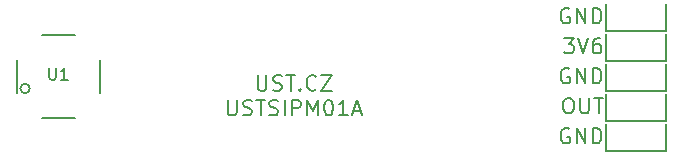
<source format=gbr>
%TF.GenerationSoftware,KiCad,Pcbnew,6.0.4-6f826c9f35~116~ubuntu20.04.1*%
%TF.CreationDate,2022-05-24T18:19:01+00:00*%
%TF.ProjectId,USTSIPM01A,55535453-4950-44d3-9031-412e6b696361,rev?*%
%TF.SameCoordinates,Original*%
%TF.FileFunction,Legend,Top*%
%TF.FilePolarity,Positive*%
%FSLAX46Y46*%
G04 Gerber Fmt 4.6, Leading zero omitted, Abs format (unit mm)*
G04 Created by KiCad (PCBNEW 6.0.4-6f826c9f35~116~ubuntu20.04.1) date 2022-05-24 18:19:01*
%MOMM*%
%LPD*%
G01*
G04 APERTURE LIST*
%ADD10C,0.200000*%
%ADD11C,0.150000*%
G04 APERTURE END LIST*
D10*
X50746571Y3070000D02*
X50622761Y3131904D01*
X50437047Y3131904D01*
X50251333Y3070000D01*
X50127523Y2946190D01*
X50065619Y2822380D01*
X50003714Y2574761D01*
X50003714Y2389047D01*
X50065619Y2141428D01*
X50127523Y2017619D01*
X50251333Y1893809D01*
X50437047Y1831904D01*
X50560857Y1831904D01*
X50746571Y1893809D01*
X50808476Y1955714D01*
X50808476Y2389047D01*
X50560857Y2389047D01*
X51365619Y1831904D02*
X51365619Y3131904D01*
X52108476Y1831904D01*
X52108476Y3131904D01*
X52727523Y1831904D02*
X52727523Y3131904D01*
X53037047Y3131904D01*
X53222761Y3070000D01*
X53346571Y2946190D01*
X53408476Y2822380D01*
X53470380Y2574761D01*
X53470380Y2389047D01*
X53408476Y2141428D01*
X53346571Y2017619D01*
X53222761Y1893809D01*
X53037047Y1831904D01*
X52727523Y1831904D01*
X24367714Y7600404D02*
X24367714Y6548023D01*
X24429619Y6424214D01*
X24491523Y6362309D01*
X24615333Y6300404D01*
X24862952Y6300404D01*
X24986761Y6362309D01*
X25048666Y6424214D01*
X25110571Y6548023D01*
X25110571Y7600404D01*
X25667714Y6362309D02*
X25853428Y6300404D01*
X26162952Y6300404D01*
X26286761Y6362309D01*
X26348666Y6424214D01*
X26410571Y6548023D01*
X26410571Y6671833D01*
X26348666Y6795642D01*
X26286761Y6857547D01*
X26162952Y6919452D01*
X25915333Y6981357D01*
X25791523Y7043261D01*
X25729619Y7105166D01*
X25667714Y7228976D01*
X25667714Y7352785D01*
X25729619Y7476595D01*
X25791523Y7538500D01*
X25915333Y7600404D01*
X26224857Y7600404D01*
X26410571Y7538500D01*
X26782000Y7600404D02*
X27524857Y7600404D01*
X27153428Y6300404D02*
X27153428Y7600404D01*
X27958190Y6424214D02*
X28020095Y6362309D01*
X27958190Y6300404D01*
X27896285Y6362309D01*
X27958190Y6424214D01*
X27958190Y6300404D01*
X29320095Y6424214D02*
X29258190Y6362309D01*
X29072476Y6300404D01*
X28948666Y6300404D01*
X28762952Y6362309D01*
X28639142Y6486119D01*
X28577238Y6609928D01*
X28515333Y6857547D01*
X28515333Y7043261D01*
X28577238Y7290880D01*
X28639142Y7414690D01*
X28762952Y7538500D01*
X28948666Y7600404D01*
X29072476Y7600404D01*
X29258190Y7538500D01*
X29320095Y7476595D01*
X29753428Y7600404D02*
X30620095Y7600404D01*
X29753428Y6300404D01*
X30620095Y6300404D01*
X21829619Y5507404D02*
X21829619Y4455023D01*
X21891523Y4331214D01*
X21953428Y4269309D01*
X22077238Y4207404D01*
X22324857Y4207404D01*
X22448666Y4269309D01*
X22510571Y4331214D01*
X22572476Y4455023D01*
X22572476Y5507404D01*
X23129619Y4269309D02*
X23315333Y4207404D01*
X23624857Y4207404D01*
X23748666Y4269309D01*
X23810571Y4331214D01*
X23872476Y4455023D01*
X23872476Y4578833D01*
X23810571Y4702642D01*
X23748666Y4764547D01*
X23624857Y4826452D01*
X23377238Y4888357D01*
X23253428Y4950261D01*
X23191523Y5012166D01*
X23129619Y5135976D01*
X23129619Y5259785D01*
X23191523Y5383595D01*
X23253428Y5445500D01*
X23377238Y5507404D01*
X23686761Y5507404D01*
X23872476Y5445500D01*
X24243904Y5507404D02*
X24986761Y5507404D01*
X24615333Y4207404D02*
X24615333Y5507404D01*
X25358190Y4269309D02*
X25543904Y4207404D01*
X25853428Y4207404D01*
X25977238Y4269309D01*
X26039142Y4331214D01*
X26101047Y4455023D01*
X26101047Y4578833D01*
X26039142Y4702642D01*
X25977238Y4764547D01*
X25853428Y4826452D01*
X25605809Y4888357D01*
X25482000Y4950261D01*
X25420095Y5012166D01*
X25358190Y5135976D01*
X25358190Y5259785D01*
X25420095Y5383595D01*
X25482000Y5445500D01*
X25605809Y5507404D01*
X25915333Y5507404D01*
X26101047Y5445500D01*
X26658190Y4207404D02*
X26658190Y5507404D01*
X27277238Y4207404D02*
X27277238Y5507404D01*
X27772476Y5507404D01*
X27896285Y5445500D01*
X27958190Y5383595D01*
X28020095Y5259785D01*
X28020095Y5074071D01*
X27958190Y4950261D01*
X27896285Y4888357D01*
X27772476Y4826452D01*
X27277238Y4826452D01*
X28577238Y4207404D02*
X28577238Y5507404D01*
X29010571Y4578833D01*
X29443904Y5507404D01*
X29443904Y4207404D01*
X30310571Y5507404D02*
X30434380Y5507404D01*
X30558190Y5445500D01*
X30620095Y5383595D01*
X30682000Y5259785D01*
X30743904Y5012166D01*
X30743904Y4702642D01*
X30682000Y4455023D01*
X30620095Y4331214D01*
X30558190Y4269309D01*
X30434380Y4207404D01*
X30310571Y4207404D01*
X30186761Y4269309D01*
X30124857Y4331214D01*
X30062952Y4455023D01*
X30001047Y4702642D01*
X30001047Y5012166D01*
X30062952Y5259785D01*
X30124857Y5383595D01*
X30186761Y5445500D01*
X30310571Y5507404D01*
X31982000Y4207404D02*
X31239142Y4207404D01*
X31610571Y4207404D02*
X31610571Y5507404D01*
X31486761Y5321690D01*
X31362952Y5197880D01*
X31239142Y5135976D01*
X32477238Y4578833D02*
X33096285Y4578833D01*
X32353428Y4207404D02*
X32786761Y5507404D01*
X33220095Y4207404D01*
X50560857Y5671904D02*
X50808476Y5671904D01*
X50932285Y5610000D01*
X51056095Y5486190D01*
X51118000Y5238571D01*
X51118000Y4805238D01*
X51056095Y4557619D01*
X50932285Y4433809D01*
X50808476Y4371904D01*
X50560857Y4371904D01*
X50437047Y4433809D01*
X50313238Y4557619D01*
X50251333Y4805238D01*
X50251333Y5238571D01*
X50313238Y5486190D01*
X50437047Y5610000D01*
X50560857Y5671904D01*
X51675142Y5671904D02*
X51675142Y4619523D01*
X51737047Y4495714D01*
X51798952Y4433809D01*
X51922761Y4371904D01*
X52170380Y4371904D01*
X52294190Y4433809D01*
X52356095Y4495714D01*
X52418000Y4619523D01*
X52418000Y5671904D01*
X52851333Y5671904D02*
X53594190Y5671904D01*
X53222761Y4371904D02*
X53222761Y5671904D01*
X50746571Y13230000D02*
X50622761Y13291904D01*
X50437047Y13291904D01*
X50251333Y13230000D01*
X50127523Y13106190D01*
X50065619Y12982380D01*
X50003714Y12734761D01*
X50003714Y12549047D01*
X50065619Y12301428D01*
X50127523Y12177619D01*
X50251333Y12053809D01*
X50437047Y11991904D01*
X50560857Y11991904D01*
X50746571Y12053809D01*
X50808476Y12115714D01*
X50808476Y12549047D01*
X50560857Y12549047D01*
X51365619Y11991904D02*
X51365619Y13291904D01*
X52108476Y11991904D01*
X52108476Y13291904D01*
X52727523Y11991904D02*
X52727523Y13291904D01*
X53037047Y13291904D01*
X53222761Y13230000D01*
X53346571Y13106190D01*
X53408476Y12982380D01*
X53470380Y12734761D01*
X53470380Y12549047D01*
X53408476Y12301428D01*
X53346571Y12177619D01*
X53222761Y12053809D01*
X53037047Y11991904D01*
X52727523Y11991904D01*
X50313238Y10751904D02*
X51118000Y10751904D01*
X50684666Y10256666D01*
X50870380Y10256666D01*
X50994190Y10194761D01*
X51056095Y10132857D01*
X51118000Y10009047D01*
X51118000Y9699523D01*
X51056095Y9575714D01*
X50994190Y9513809D01*
X50870380Y9451904D01*
X50498952Y9451904D01*
X50375142Y9513809D01*
X50313238Y9575714D01*
X51489428Y10751904D02*
X51922761Y9451904D01*
X52356095Y10751904D01*
X53346571Y10751904D02*
X53098952Y10751904D01*
X52975142Y10690000D01*
X52913238Y10628095D01*
X52789428Y10442380D01*
X52727523Y10194761D01*
X52727523Y9699523D01*
X52789428Y9575714D01*
X52851333Y9513809D01*
X52975142Y9451904D01*
X53222761Y9451904D01*
X53346571Y9513809D01*
X53408476Y9575714D01*
X53470380Y9699523D01*
X53470380Y10009047D01*
X53408476Y10132857D01*
X53346571Y10194761D01*
X53222761Y10256666D01*
X52975142Y10256666D01*
X52851333Y10194761D01*
X52789428Y10132857D01*
X52727523Y10009047D01*
X50746571Y8150000D02*
X50622761Y8211904D01*
X50437047Y8211904D01*
X50251333Y8150000D01*
X50127523Y8026190D01*
X50065619Y7902380D01*
X50003714Y7654761D01*
X50003714Y7469047D01*
X50065619Y7221428D01*
X50127523Y7097619D01*
X50251333Y6973809D01*
X50437047Y6911904D01*
X50560857Y6911904D01*
X50746571Y6973809D01*
X50808476Y7035714D01*
X50808476Y7469047D01*
X50560857Y7469047D01*
X51365619Y6911904D02*
X51365619Y8211904D01*
X52108476Y6911904D01*
X52108476Y8211904D01*
X52727523Y6911904D02*
X52727523Y8211904D01*
X53037047Y8211904D01*
X53222761Y8150000D01*
X53346571Y8026190D01*
X53408476Y7902380D01*
X53470380Y7654761D01*
X53470380Y7469047D01*
X53408476Y7221428D01*
X53346571Y7097619D01*
X53222761Y6973809D01*
X53037047Y6911904D01*
X52727523Y6911904D01*
D11*
%TO.C,U1*%
X6719345Y8224869D02*
X6719345Y7415345D01*
X6766964Y7320107D01*
X6814583Y7272488D01*
X6909821Y7224869D01*
X7100297Y7224869D01*
X7195535Y7272488D01*
X7243154Y7320107D01*
X7290773Y7415345D01*
X7290773Y8224869D01*
X8290773Y7224869D02*
X7719345Y7224869D01*
X8005059Y7224869D02*
X8005059Y8224869D01*
X7909821Y8082011D01*
X7814583Y7986773D01*
X7719345Y7939154D01*
%TO.C,J4*%
X53848000Y6230000D02*
X53848000Y8516000D01*
X58928000Y6230000D02*
X53848000Y6230000D01*
X58928000Y8516000D02*
X58928000Y6230000D01*
%TO.C,J6*%
X58928000Y11310000D02*
X53848000Y11310000D01*
X53848000Y11310000D02*
X53848000Y13596000D01*
X58928000Y13596000D02*
X58928000Y11310000D01*
%TO.C,J5*%
X58928000Y8770000D02*
X53848000Y8770000D01*
X53848000Y8770000D02*
X53848000Y11056000D01*
X58928000Y11056000D02*
X58928000Y8770000D01*
%TO.C,J8*%
X53848000Y3690000D02*
X53848000Y5976000D01*
X58928000Y5976000D02*
X58928000Y3690000D01*
X58928000Y3690000D02*
X53848000Y3690000D01*
%TO.C,U1*%
X8900000Y4000000D02*
X6100000Y4000000D01*
X11000000Y8900000D02*
X11000000Y6100000D01*
X6100000Y11000000D02*
X8900000Y11000000D01*
X4000000Y6100000D02*
X4000000Y8900000D01*
X5069509Y6471300D02*
G75*
G03*
X5069509Y6471300I-401609J0D01*
G01*
%TO.C,J9*%
X58928000Y3436000D02*
X58928000Y1150000D01*
X53848000Y1150000D02*
X53848000Y3436000D01*
X58928000Y1150000D02*
X53848000Y1150000D01*
%TD*%
M02*

</source>
